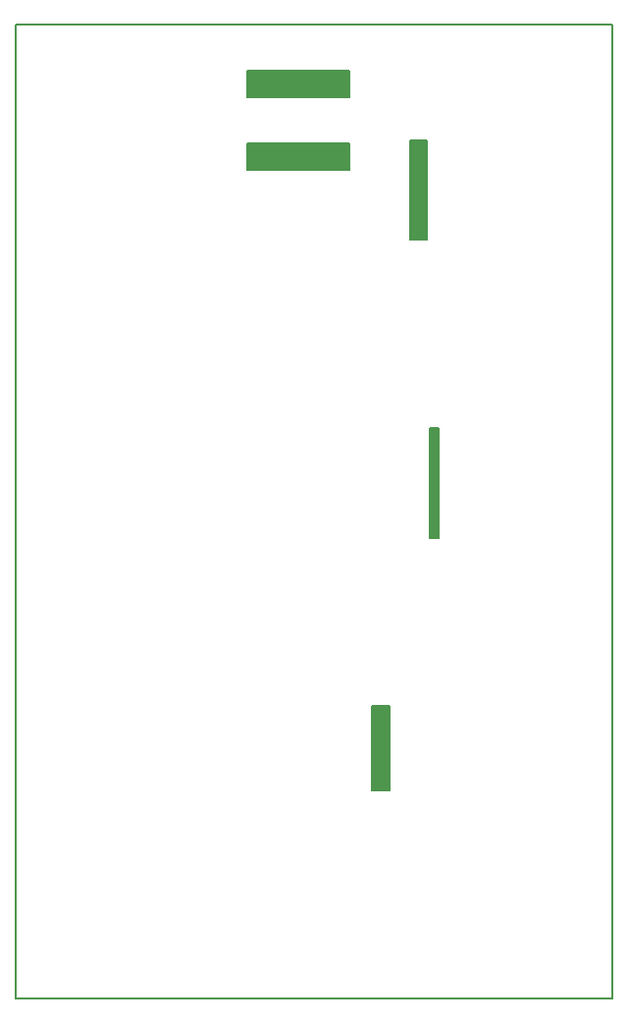
<source format=gbr>
G04 #@! TF.GenerationSoftware,KiCad,Pcbnew,5.0.2+dfsg1-1~bpo9+1*
G04 #@! TF.CreationDate,2019-02-03T14:49:37+01:00*
G04 #@! TF.ProjectId,rollershutter-light-control,726f6c6c-6572-4736-9875-747465722d6c,rev?*
G04 #@! TF.SameCoordinates,Original*
G04 #@! TF.FileFunction,Profile,NP*
%FSLAX46Y46*%
G04 Gerber Fmt 4.6, Leading zero omitted, Abs format (unit mm)*
G04 Created by KiCad (PCBNEW 5.0.2+dfsg1-1~bpo9+1) date Sun 03 Feb 2019 02:49:37 PM CET*
%MOMM*%
%LPD*%
G01*
G04 APERTURE LIST*
%ADD10C,0.150000*%
G04 APERTURE END LIST*
D10*
G36*
X239250000Y-70750000D02*
X230500000Y-70750000D01*
X230500000Y-73000000D01*
X239250000Y-73000000D01*
X239250000Y-70750000D01*
G37*
X239250000Y-70750000D02*
X230500000Y-70750000D01*
X230500000Y-73000000D01*
X239250000Y-73000000D01*
X239250000Y-70750000D01*
G36*
X239250000Y-77000000D02*
X230500000Y-77000000D01*
X230500000Y-79250000D01*
X239250000Y-79250000D01*
X239250000Y-77000000D01*
G37*
X239250000Y-77000000D02*
X230500000Y-77000000D01*
X230500000Y-79250000D01*
X239250000Y-79250000D01*
X239250000Y-77000000D01*
G36*
X244500000Y-85250000D02*
X244500000Y-76750000D01*
X246000000Y-76750000D01*
X246000000Y-85250000D01*
X244500000Y-85250000D01*
G37*
X244500000Y-85250000D02*
X244500000Y-76750000D01*
X246000000Y-76750000D01*
X246000000Y-85250000D01*
X244500000Y-85250000D01*
G36*
X241250000Y-132750000D02*
X241250000Y-125500000D01*
X242750000Y-125500000D01*
X242750000Y-132750000D01*
X241250000Y-132750000D01*
G37*
X241250000Y-132750000D02*
X241250000Y-125500000D01*
X242750000Y-125500000D01*
X242750000Y-132750000D01*
X241250000Y-132750000D01*
G36*
X247000000Y-101500000D02*
X246250000Y-101500000D01*
X246250000Y-111000000D01*
X247000000Y-111000000D01*
X247000000Y-101500000D01*
G37*
X247000000Y-101500000D02*
X246250000Y-101500000D01*
X246250000Y-111000000D01*
X247000000Y-111000000D01*
X247000000Y-101500000D01*
X210500000Y-66750000D02*
X215750000Y-66750000D01*
X210500000Y-69000000D02*
X210500000Y-66750000D01*
X210500000Y-74250000D02*
X210500000Y-69000000D01*
X210500000Y-80000000D02*
X210500000Y-74250000D01*
X210500000Y-86750000D02*
X210500000Y-80000000D01*
X210500000Y-120750000D02*
X210500000Y-86750000D01*
X210500000Y-136500000D02*
X210500000Y-120750000D01*
X210500000Y-142750000D02*
X210500000Y-136500000D01*
X210500000Y-150750000D02*
X210500000Y-142500000D01*
X249750000Y-66750000D02*
X215250000Y-66750000D01*
X249750000Y-66750000D02*
X262000000Y-66750000D01*
X231000000Y-150750000D02*
X210500000Y-150750000D01*
X262000000Y-150750000D02*
X231000000Y-150750000D01*
X262000000Y-150750000D02*
X262000000Y-128250000D01*
X262000000Y-129500000D02*
X262000000Y-66750000D01*
M02*

</source>
